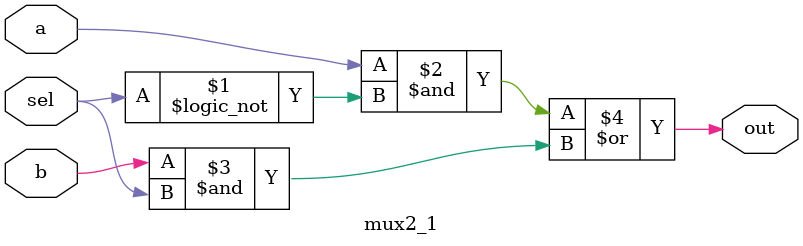
<source format=v>

`timescale 1ns/1ns

module mux2_1(
output out,
input a,
input b,
input sel);

assign out  =  ( a & !sel )  |  ( b & sel ) ;

endmodule 

</source>
